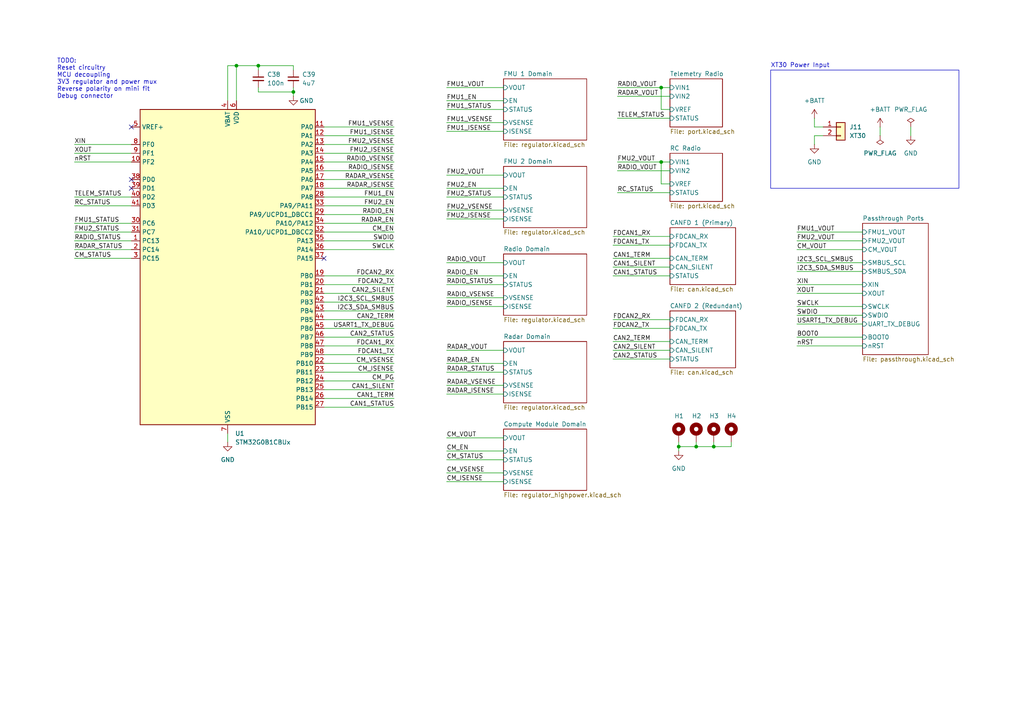
<source format=kicad_sch>
(kicad_sch (version 20250114) (generator "eeschema") (generator_version "9.0")
  (paper "A4")
  (lib_symbols
    (symbol "Connector_Generic:Conn_01x02" (pin_names (offset 1.016) (hide yes))
      (property "Reference" "J" (at 0 2.54 0))
      (property "Value" "Conn_01x02" (at 0 -5.08 0))
      (symbol "Conn_01x02_1_1"
        (rectangle (start -1.27 1.27) (end 1.27 -3.81) (stroke (width 0.254)) (fill (type background)))
        (rectangle (start -1.27 0.127) (end 0 -0.127) (stroke (width 0.1524)))
        (rectangle (start -1.27 -2.413) (end 0 -2.667) (stroke (width 0.1524)))
        (pin passive line (at -5.08 0 0) (length 3.81) (name "Pin_1") (number "1"))
        (pin passive line (at -5.08 -2.54 0) (length 3.81) (name "Pin_2") (number "2"))
      )
    )
    (symbol "Device:C_Small" (pin_numbers (hide yes)) (pin_names (offset 0.254) (hide yes))
      (property "Reference" "C" (at 0.254 1.778 0))
      (property "Value" "C_Small" (at 0.254 -2.032 0))
      (symbol "C_Small_0_1"
        (polyline (pts (xy -1.524 0.508) (xy 1.524 0.508)) (stroke (width 0.3048)))
        (polyline (pts (xy -1.524 -0.508) (xy 1.524 -0.508)) (stroke (width 0.3302)))
      )
      (symbol "C_Small_1_1"
        (pin passive line (at 0 2.54 270) (length 2.032) (name "~") (number "1"))
        (pin passive line (at 0 -2.54 90) (length 2.032) (name "~") (number "2"))
      )
    )
    (symbol "MCU_ST_STM32G0:STM32G0B1CBUx"
      (property "Reference" "U" (at -25.4 46.99 0))
      (property "Value" "STM32G0B1CBUx" (at 5.08 46.99 0))
      (symbol "STM32G0B1CBUx_0_1"
        (rectangle (start -25.4 -45.72) (end 25.4 45.72) (stroke (width 0.254)) (fill (type background)))
      )
      (symbol "STM32G0B1CBUx_1_1"
        (pin input line (at -27.94 40.64 0) (length 2.54) (name "VREF+") (number "5"))
        (pin bidirectional line (at -27.94 35.56 0) (length 2.54) (name "PF0") (number "8"))
        (pin bidirectional line (at -27.94 33.02 0) (length 2.54) (name "PF1") (number "9"))
        (pin bidirectional line (at -27.94 30.48 0) (length 2.54) (name "PF2") (number "10"))
        (pin bidirectional line (at -27.94 25.4 0) (length 2.54) (name "PD0") (number "38"))
        (pin bidirectional line (at -27.94 22.86 0) (length 2.54) (name "PD1") (number "39"))
        (pin bidirectional line (at -27.94 20.32 0) (length 2.54) (name "PD2") (number "40"))
        (pin bidirectional line (at -27.94 17.78 0) (length 2.54) (name "PD3") (number "41"))
        (pin bidirectional line (at -27.94 12.7 0) (length 2.54) (name "PC6") (number "30"))
        (pin bidirectional line (at -27.94 10.16 0) (length 2.54) (name "PC7") (number "31"))
        (pin bidirectional line (at -27.94 7.62 0) (length 2.54) (name "PC13") (number "1"))
        (pin bidirectional line (at -27.94 5.08 0) (length 2.54) (name "PC14") (number "2"))
        (pin bidirectional line (at -27.94 2.54 0) (length 2.54) (name "PC15") (number "3"))
        (pin power_in line (at 0 48.26 270) (length 2.54) (name "VBAT") (number "4"))
        (pin passive line (at 0 -48.26 90) (length 2.54) (hide yes) (name "VSS") (number "49"))
        (pin power_in line (at 0 -48.26 90) (length 2.54) (name "VSS") (number "7"))
        (pin power_in line (at 2.54 48.26 270) (length 2.54) (name "VDD") (number "6"))
        (pin bidirectional line (at 27.94 40.64 180) (length 2.54) (name "PA0") (number "11"))
        (pin bidirectional line (at 27.94 38.1 180) (length 2.54) (name "PA1") (number "12"))
        (pin bidirectional line (at 27.94 35.56 180) (length 2.54) (name "PA2") (number "13"))
        (pin bidirectional line (at 27.94 33.02 180) (length 2.54) (name "PA3") (number "14"))
        (pin bidirectional line (at 27.94 30.48 180) (length 2.54) (name "PA4") (number "15"))
        (pin bidirectional line (at 27.94 27.94 180) (length 2.54) (name "PA5") (number "16"))
        (pin bidirectional line (at 27.94 25.4 180) (length 2.54) (name "PA6") (number "17"))
        (pin bidirectional line (at 27.94 22.86 180) (length 2.54) (name "PA7") (number "18"))
        (pin bidirectional line (at 27.94 20.32 180) (length 2.54) (name "PA8") (number "28"))
        (pin bidirectional line (at 27.94 17.78 180) (length 2.54) (name "PA9/PA11") (number "33"))
        (pin bidirectional line (at 27.94 15.24 180) (length 2.54) (name "PA9/UCPD1_DBCC1") (number "29"))
        (pin bidirectional line (at 27.94 12.7 180) (length 2.54) (name "PA10/PA12") (number "34"))
        (pin bidirectional line (at 27.94 10.16 180) (length 2.54) (name "PA10/UCPD1_DBCC2") (number "32"))
        (pin bidirectional line (at 27.94 7.62 180) (length 2.54) (name "PA13") (number "35"))
        (pin bidirectional line (at 27.94 5.08 180) (length 2.54) (name "PA14") (number "36"))
        (pin bidirectional line (at 27.94 2.54 180) (length 2.54) (name "PA15") (number "37"))
        (pin bidirectional line (at 27.94 -2.54 180) (length 2.54) (name "PB0") (number "19"))
        (pin bidirectional line (at 27.94 -5.08 180) (length 2.54) (name "PB1") (number "20"))
        (pin bidirectional line (at 27.94 -7.62 180) (length 2.54) (name "PB2") (number "21"))
        (pin bidirectional line (at 27.94 -10.16 180) (length 2.54) (name "PB3") (number "42"))
        (pin bidirectional line (at 27.94 -12.7 180) (length 2.54) (name "PB4") (number "43"))
        (pin bidirectional line (at 27.94 -15.24 180) (length 2.54) (name "PB5") (number "44"))
        (pin bidirectional line (at 27.94 -17.78 180) (length 2.54) (name "PB6") (number "45"))
        (pin bidirectional line (at 27.94 -20.32 180) (length 2.54) (name "PB7") (number "46"))
        (pin bidirectional line (at 27.94 -22.86 180) (length 2.54) (name "PB8") (number "47"))
        (pin bidirectional line (at 27.94 -25.4 180) (length 2.54) (name "PB9") (number "48"))
        (pin bidirectional line (at 27.94 -27.94 180) (length 2.54) (name "PB10") (number "22"))
        (pin bidirectional line (at 27.94 -30.48 180) (length 2.54) (name "PB11") (number "23"))
        (pin bidirectional line (at 27.94 -33.02 180) (length 2.54) (name "PB12") (number "24"))
        (pin bidirectional line (at 27.94 -35.56 180) (length 2.54) (name "PB13") (number "25"))
        (pin bidirectional line (at 27.94 -38.1 180) (length 2.54) (name "PB14") (number "26"))
        (pin bidirectional line (at 27.94 -40.64 180) (length 2.54) (name "PB15") (number "27"))
      )
    )
    (symbol "Mechanical:MountingHole_Pad" (pin_numbers (hide yes)) (pin_names (offset 1.016) (hide yes)) (in_bom no)
      (property "Reference" "H" (at 0 6.35 0))
      (property "Value" "MountingHole_Pad" (at 0 4.445 0))
      (symbol "MountingHole_Pad_0_1"
        (circle (center 0 1.27) (radius 1.27) (stroke (width 1.27)))
      )
      (symbol "MountingHole_Pad_1_1"
        (pin input line (at 0 -2.54 90) (length 2.54) (name "1") (number "1"))
      )
    )
    (symbol "power:+BATT" (power) (pin_numbers (hide yes)) (pin_names (offset 0) (hide yes))
      (property "Value" "+BATT" (at 0 3.556 0))
      (symbol "+BATT_0_1"
        (polyline (pts (xy -0.762 1.27) (xy 0 2.54)))
        (polyline (pts (xy 0 2.54) (xy 0.762 1.27)))
        (polyline (pts (xy 0 0) (xy 0 2.54)))
      )
      (symbol "+BATT_1_1"
        (pin power_in line (at 0 0 90) (length 0) (name "~") (number "1"))
      )
    )
    (symbol "power:GND" (power) (pin_numbers (hide yes)) (pin_names (offset 0) (hide yes))
      (property "Value" "GND" (at 0 -3.81 0))
      (symbol "GND_0_1"
        (polyline (pts (xy 0 0) (xy 0 -1.27) (xy 1.27 -1.27) (xy 0 -2.54) (xy -1.27 -1.27) (xy 0 -1.27)))
      )
      (symbol "GND_1_1"
        (pin power_in line (at 0 0 270) (length 0) (name "~") (number "1"))
      )
    )
    (symbol "power:PWR_FLAG" (power) (pin_numbers (hide yes)) (pin_names (offset 0) (hide yes))
      (property "Value" "PWR_FLAG" (at 0 3.81 0))
      (symbol "PWR_FLAG_0_0"
        (pin power_out line (at 0 0 90) (length 0) (name "~") (number "1"))
      )
      (symbol "PWR_FLAG_0_1"
        (polyline (pts (xy 0 0) (xy 0 1.27) (xy -1.016 1.905) (xy 0 2.54) (xy 1.016 1.905) (xy 0 1.27)))
      )
    )
  )
  (rectangle (start 223.52 20.32) (end 278.13 54.61))
  (text "XT30 Power Input" (at 223.52 19.05 0) (effects (font (size 1.27 1.27)) (justify left)))
  (text "TODO:\nReset circuitry\nMCU decoupling\n3V3 regulator and power mux\nReverse polarity on mini fit\nDebug connector" (at 16.51 22.86 0) (effects (font (size 1.27 1.27)) (justify left)))
  (junction (at 74.93 19.05))
  (junction (at 191.77 46.99))
  (junction (at 196.85 129.54))
  (junction (at 68.58 19.05))
  (junction (at 207.01 129.54))
  (junction (at 85.09 26.67))
  (junction (at 201.93 129.54))
  (junction (at 191.77 25.4))
  (no_connect (at 38.1 36.83))
  (no_connect (at 38.1 54.61))
  (no_connect (at 38.1 52.07))
  (no_connect (at 93.98 74.93))
  (wire (pts (xy 93.98 118.11) (xy 114.3 118.11)))
  (wire (pts (xy 93.98 100.33) (xy 114.3 100.33)))
  (wire (pts (xy 93.98 95.25) (xy 114.3 95.25)))
  (wire (pts (xy 93.98 36.83) (xy 114.3 36.83)))
  (wire (pts (xy 68.58 19.05) (xy 68.58 29.21)))
  (wire (pts (xy 129.54 105.41) (xy 146.05 105.41)))
  (wire (pts (xy 74.93 19.05) (xy 85.09 19.05)))
  (wire (pts (xy 21.59 57.15) (xy 38.1 57.15)))
  (wire (pts (xy 129.54 101.6) (xy 146.05 101.6)))
  (wire (pts (xy 129.54 139.7) (xy 146.05 139.7)))
  (wire (pts (xy 129.54 107.95) (xy 146.05 107.95)))
  (wire (pts (xy 85.09 25.4) (xy 85.09 26.67)))
  (wire (pts (xy 196.85 129.54) (xy 196.85 130.81)))
  (wire (pts (xy 93.98 102.87) (xy 114.3 102.87)))
  (wire (pts (xy 21.59 69.85) (xy 38.1 69.85)))
  (wire (pts (xy 194.31 31.75) (xy 191.77 31.75)))
  (wire (pts (xy 231.14 88.9) (xy 250.19 88.9)))
  (wire (pts (xy 177.8 99.06) (xy 194.31 99.06)))
  (wire (pts (xy 129.54 137.16) (xy 146.05 137.16)))
  (wire (pts (xy 21.59 74.93) (xy 38.1 74.93)))
  (wire (pts (xy 74.93 26.67) (xy 74.93 25.4)))
  (wire (pts (xy 231.14 76.2) (xy 250.19 76.2)))
  (wire (pts (xy 231.14 78.74) (xy 250.19 78.74)))
  (wire (pts (xy 21.59 59.69) (xy 38.1 59.69)))
  (wire (pts (xy 231.14 93.98) (xy 250.19 93.98)))
  (wire (pts (xy 177.8 77.47) (xy 194.31 77.47)))
  (wire (pts (xy 179.07 49.53) (xy 194.31 49.53)))
  (wire (pts (xy 191.77 31.75) (xy 191.77 25.4)))
  (wire (pts (xy 129.54 29.21) (xy 146.05 29.21)))
  (wire (pts (xy 93.98 59.69) (xy 114.3 59.69)))
  (wire (pts (xy 21.59 64.77) (xy 38.1 64.77)))
  (wire (pts (xy 196.85 129.54) (xy 201.93 129.54)))
  (wire (pts (xy 179.07 55.88) (xy 194.31 55.88)))
  (wire (pts (xy 85.09 26.67) (xy 74.93 26.67)))
  (wire (pts (xy 231.14 91.44) (xy 250.19 91.44)))
  (wire (pts (xy 93.98 54.61) (xy 114.3 54.61)))
  (wire (pts (xy 179.07 46.99) (xy 191.77 46.99)))
  (wire (pts (xy 201.93 128.27) (xy 201.93 129.54)))
  (wire (pts (xy 129.54 35.56) (xy 146.05 35.56)))
  (wire (pts (xy 129.54 133.35) (xy 146.05 133.35)))
  (wire (pts (xy 212.09 129.54) (xy 212.09 128.27)))
  (wire (pts (xy 201.93 129.54) (xy 207.01 129.54)))
  (wire (pts (xy 129.54 57.15) (xy 146.05 57.15)))
  (wire (pts (xy 129.54 31.75) (xy 146.05 31.75)))
  (wire (pts (xy 93.98 49.53) (xy 114.3 49.53)))
  (wire (pts (xy 129.54 63.5) (xy 146.05 63.5)))
  (wire (pts (xy 68.58 19.05) (xy 74.93 19.05)))
  (wire (pts (xy 129.54 38.1) (xy 146.05 38.1)))
  (wire (pts (xy 177.8 80.01) (xy 194.31 80.01)))
  (wire (pts (xy 93.98 80.01) (xy 114.3 80.01)))
  (wire (pts (xy 177.8 101.6) (xy 194.31 101.6)))
  (wire (pts (xy 177.8 68.58) (xy 194.31 68.58)))
  (wire (pts (xy 93.98 82.55) (xy 114.3 82.55)))
  (wire (pts (xy 66.04 125.73) (xy 66.04 128.27)))
  (wire (pts (xy 93.98 97.79) (xy 114.3 97.79)))
  (wire (pts (xy 93.98 44.45) (xy 114.3 44.45)))
  (wire (pts (xy 93.98 62.23) (xy 114.3 62.23)))
  (wire (pts (xy 191.77 53.34) (xy 191.77 46.99)))
  (wire (pts (xy 21.59 72.39) (xy 38.1 72.39)))
  (wire (pts (xy 177.8 95.25) (xy 194.31 95.25)))
  (wire (pts (xy 129.54 130.81) (xy 146.05 130.81)))
  (wire (pts (xy 85.09 26.67) (xy 85.09 27.94)))
  (wire (pts (xy 129.54 60.96) (xy 146.05 60.96)))
  (wire (pts (xy 231.14 69.85) (xy 250.19 69.85)))
  (wire (pts (xy 93.98 90.17) (xy 114.3 90.17)))
  (wire (pts (xy 93.98 85.09) (xy 114.3 85.09)))
  (wire (pts (xy 93.98 41.91) (xy 114.3 41.91)))
  (wire (pts (xy 85.09 19.05) (xy 85.09 20.32)))
  (wire (pts (xy 93.98 64.77) (xy 114.3 64.77)))
  (wire (pts (xy 93.98 115.57) (xy 114.3 115.57)))
  (wire (pts (xy 196.85 128.27) (xy 196.85 129.54)))
  (wire (pts (xy 129.54 88.9) (xy 146.05 88.9)))
  (wire (pts (xy 236.22 34.29) (xy 236.22 36.83)))
  (wire (pts (xy 66.04 19.05) (xy 68.58 19.05)))
  (wire (pts (xy 207.01 129.54) (xy 212.09 129.54)))
  (wire (pts (xy 129.54 127) (xy 146.05 127)))
  (wire (pts (xy 21.59 46.99) (xy 38.1 46.99)))
  (wire (pts (xy 93.98 107.95) (xy 114.3 107.95)))
  (wire (pts (xy 191.77 46.99) (xy 194.31 46.99)))
  (wire (pts (xy 74.93 19.05) (xy 74.93 20.32)))
  (wire (pts (xy 177.8 104.14) (xy 194.31 104.14)))
  (wire (pts (xy 231.14 82.55) (xy 250.19 82.55)))
  (wire (pts (xy 231.14 72.39) (xy 250.19 72.39)))
  (wire (pts (xy 207.01 128.27) (xy 207.01 129.54)))
  (wire (pts (xy 129.54 82.55) (xy 146.05 82.55)))
  (wire (pts (xy 93.98 67.31) (xy 114.3 67.31)))
  (wire (pts (xy 93.98 69.85) (xy 114.3 69.85)))
  (wire (pts (xy 129.54 80.01) (xy 146.05 80.01)))
  (wire (pts (xy 264.16 39.37) (xy 264.16 36.83)))
  (wire (pts (xy 93.98 113.03) (xy 114.3 113.03)))
  (wire (pts (xy 129.54 76.2) (xy 146.05 76.2)))
  (wire (pts (xy 255.27 36.83) (xy 255.27 39.37)))
  (wire (pts (xy 93.98 105.41) (xy 114.3 105.41)))
  (wire (pts (xy 179.07 34.29) (xy 194.31 34.29)))
  (wire (pts (xy 93.98 110.49) (xy 114.3 110.49)))
  (wire (pts (xy 179.07 27.94) (xy 194.31 27.94)))
  (wire (pts (xy 177.8 71.12) (xy 194.31 71.12)))
  (wire (pts (xy 191.77 25.4) (xy 194.31 25.4)))
  (wire (pts (xy 21.59 67.31) (xy 38.1 67.31)))
  (wire (pts (xy 93.98 72.39) (xy 114.3 72.39)))
  (wire (pts (xy 236.22 39.37) (xy 238.76 39.37)))
  (wire (pts (xy 177.8 92.71) (xy 194.31 92.71)))
  (wire (pts (xy 129.54 54.61) (xy 146.05 54.61)))
  (wire (pts (xy 236.22 36.83) (xy 238.76 36.83)))
  (wire (pts (xy 231.14 85.09) (xy 250.19 85.09)))
  (wire (pts (xy 129.54 86.36) (xy 146.05 86.36)))
  (wire (pts (xy 93.98 52.07) (xy 114.3 52.07)))
  (wire (pts (xy 179.07 25.4) (xy 191.77 25.4)))
  (wire (pts (xy 129.54 50.8) (xy 146.05 50.8)))
  (wire (pts (xy 177.8 74.93) (xy 194.31 74.93)))
  (wire (pts (xy 231.14 100.33) (xy 250.19 100.33)))
  (wire (pts (xy 93.98 92.71) (xy 114.3 92.71)))
  (wire (pts (xy 93.98 46.99) (xy 114.3 46.99)))
  (wire (pts (xy 129.54 25.4) (xy 146.05 25.4)))
  (wire (pts (xy 93.98 87.63) (xy 114.3 87.63)))
  (wire (pts (xy 231.14 97.79) (xy 250.19 97.79)))
  (wire (pts (xy 231.14 67.31) (xy 250.19 67.31)))
  (wire (pts (xy 236.22 41.91) (xy 236.22 39.37)))
  (wire (pts (xy 21.59 41.91) (xy 38.1 41.91)))
  (wire (pts (xy 93.98 39.37) (xy 114.3 39.37)))
  (wire (pts (xy 129.54 114.3) (xy 146.05 114.3)))
  (wire (pts (xy 21.59 44.45) (xy 38.1 44.45)))
  (wire (pts (xy 93.98 57.15) (xy 114.3 57.15)))
  (wire (pts (xy 66.04 29.21) (xy 66.04 19.05)))
  (wire (pts (xy 129.54 111.76) (xy 146.05 111.76)))
  (wire (pts (xy 194.31 53.34) (xy 191.77 53.34)))
  (label "CAN1_STATUS" (at 177.8 80.01 0))
  (label "RADIO_EN" (at 114.3 62.23 180))
  (label "CAN2_STATUS" (at 114.3 97.79 180))
  (label "SWCLK" (at 114.3 72.39 180))
  (label "CM_STATUS" (at 21.59 74.93 0))
  (label "FDCAN2_TX" (at 114.3 82.55 180))
  (label "CAN2_STATUS" (at 177.8 104.14 0))
  (label "FMU1_ISENSE" (at 129.54 38.1 0))
  (label "XOUT" (at 21.59 44.45 0))
  (label "FMU2_VSENSE" (at 114.3 41.91 180))
  (label "FDCAN2_TX" (at 177.8 95.25 0))
  (label "FMU1_EN" (at 129.54 29.21 0))
  (label "RADIO_VOUT" (at 179.07 49.53 0))
  (label "RADAR_VSENSE" (at 114.3 52.07 180))
  (label "FMU2_STATUS" (at 21.59 67.31 0))
  (label "XOUT" (at 231.14 85.09 0))
  (label "FDCAN2_RX" (at 177.8 92.71 0))
  (label "CAN2_TERM" (at 177.8 99.06 0))
  (label "FMU1_VSENSE" (at 129.54 35.56 0))
  (label "FMU1_VOUT" (at 231.14 67.31 0))
  (label "FMU1_STATUS" (at 129.54 31.75 0))
  (label "CM_ISENSE" (at 114.3 107.95 180))
  (label "CAN1_STATUS" (at 114.3 118.11 180))
  (label "FMU2_ISENSE" (at 114.3 44.45 180))
  (label "CAN1_SILENT" (at 177.8 77.47 0))
  (label "RADIO_ISENSE" (at 129.54 88.9 0))
  (label "BOOT0" (at 231.14 97.79 0))
  (label "TELEM_STATUS" (at 21.59 57.15 0))
  (label "CAN2_TERM" (at 114.3 92.71 180))
  (label "nRST" (at 21.59 46.99 0))
  (label "I2C3_SCL_SMBUS" (at 231.14 76.2 0))
  (label "SWDIO" (at 231.14 91.44 0))
  (label "I2C3_SDA_SMBUS" (at 114.3 90.17 180))
  (label "RADAR_ISENSE" (at 129.54 114.3 0))
  (label "FMU1_VOUT" (at 129.54 25.4 0))
  (label "SWDIO" (at 114.3 69.85 180))
  (label "RADIO_STATUS" (at 21.59 69.85 0))
  (label "FMU1_STATUS" (at 21.59 64.77 0))
  (label "FDCAN2_RX" (at 114.3 80.01 180))
  (label "FDCAN1_TX" (at 114.3 102.87 180))
  (label "RC_STATUS" (at 21.59 59.69 0))
  (label "I2C3_SCL_SMBUS" (at 114.3 87.63 180))
  (label "FDCAN1_RX" (at 177.8 68.58 0))
  (label "CM_VSENSE" (at 114.3 105.41 180))
  (label "XIN" (at 21.59 41.91 0))
  (label "FDCAN1_RX" (at 114.3 100.33 180))
  (label "CM_VOUT" (at 231.14 72.39 0))
  (label "CM_VSENSE" (at 129.54 137.16 0))
  (label "FDCAN1_TX" (at 177.8 71.12 0))
  (label "CM_PG" (at 114.3 110.49 180))
  (label "FMU2_STATUS" (at 129.54 57.15 0))
  (label "FMU2_ISENSE" (at 129.54 63.5 0))
  (label "RADAR_VOUT" (at 179.07 27.94 0))
  (label "CM_ISENSE" (at 129.54 139.7 0))
  (label "RADIO_VSENSE" (at 114.3 46.99 180))
  (label "CM_VOUT" (at 129.54 127 0))
  (label "RADAR_STATUS" (at 21.59 72.39 0))
  (label "XIN" (at 231.14 82.55 0))
  (label "I2C3_SDA_SMBUS" (at 231.14 78.74 0))
  (label "CAN2_SILENT" (at 177.8 101.6 0))
  (label "RADAR_VOUT" (at 129.54 101.6 0))
  (label "CM_EN" (at 114.3 67.31 180))
  (label "RADIO_EN" (at 129.54 80.01 0))
  (label "RADIO_ISENSE" (at 114.3 49.53 180))
  (label "nRST" (at 231.14 100.33 0))
  (label "FMU1_EN" (at 114.3 57.15 180))
  (label "CM_STATUS" (at 129.54 133.35 0))
  (label "FMU2_VOUT" (at 231.14 69.85 0))
  (label "RADAR_ISENSE" (at 114.3 54.61 180))
  (label "FMU2_EN" (at 114.3 59.69 180))
  (label "RADIO_STATUS" (at 129.54 82.55 0))
  (label "CAN1_SILENT" (at 114.3 113.03 180))
  (label "TELEM_STATUS" (at 179.07 34.29 0))
  (label "FMU2_VOUT" (at 179.07 46.99 0))
  (label "RADIO_VOUT" (at 129.54 76.2 0))
  (label "FMU2_VOUT" (at 129.54 50.8 0))
  (label "RADAR_VSENSE" (at 129.54 111.76 0))
  (label "RADIO_VSENSE" (at 129.54 86.36 0))
  (label "FMU2_VSENSE" (at 129.54 60.96 0))
  (label "RC_STATUS" (at 179.07 55.88 0))
  (label "FMU1_ISENSE" (at 114.3 39.37 180))
  (label "RADAR_EN" (at 114.3 64.77 180))
  (label "RADAR_EN" (at 129.54 105.41 0))
  (label "USART1_TX_DEBUG" (at 231.14 93.98 0))
  (label "RADAR_STATUS" (at 129.54 107.95 0))
  (label "FMU2_EN" (at 129.54 54.61 0))
  (label "FMU1_VSENSE" (at 114.3 36.83 180))
  (label "RADIO_VOUT" (at 179.07 25.4 0))
  (label "CAN1_TERM" (at 114.3 115.57 180))
  (label "CAN2_SILENT" (at 114.3 85.09 180))
  (label "USART1_TX_DEBUG" (at 114.3 95.25 180))
  (label "CM_EN" (at 129.54 130.81 0))
  (label "SWCLK" (at 231.14 88.9 0))
  (label "CAN1_TERM" (at 177.8 74.93 0))
  (symbol (lib_id "Connector_Generic:Conn_01x02") (at 243.84 36.83 0) (unit 1)
    (property "Reference" "J11" (at 246.38 36.8299 0) (effects (justify left)))
    (property "Value" "XT30" (at 246.38 39.3699 0) (effects (justify left)))
    (property "Footprint" "Connector_AMASS:AMASS_XT30PW-M_1x02_P2.50mm_Horizontal" (effects (hide yes)))
    (property "Description" "Generic connector, single row, 01x02, script generated (kicad-library-utils/schlib/autogen/connector/)" (effects (hide yes)))
  )
  (symbol (lib_id "power:GND") (at 66.04 128.27 0) (unit 1)
    (property "Reference" "#PWR01" (effects (hide yes)))
    (property "Value" "GND" (at 66.04 133.35 0))
    (property "Description" "Power symbol creates a global label with name \"GND\" , ground" (effects (hide yes)))
  )
  (symbol (lib_id "Device:C_Small") (at 85.09 22.86 0) (unit 1)
    (property "Reference" "C39" (at 87.63 21.5962 0) (effects (justify left)))
    (property "Value" "4u7" (at 87.63 24.1362 0) (effects (justify left)))
    (property "Footprint" "Capacitor_SMD:C_0402_1005Metric" (effects (hide yes)))
    (property "Description" "Unpolarized capacitor, small symbol" (effects (hide yes)))
  )
  (symbol (lib_id "power:+BATT") (at 255.27 36.83 0) (unit 1)
    (property "Reference" "#PWR0126" (effects (hide yes)))
    (property "Value" "+BATT" (at 255.27 31.75 0))
    (property "Description" "Power symbol creates a global label with name \"+BATT\"" (effects (hide yes)))
  )
  (symbol (lib_id "power:GND") (at 264.16 39.37 0) (unit 1)
    (property "Reference" "#PWR0127" (effects (hide yes)))
    (property "Value" "GND" (at 264.16 44.45 0))
    (property "Description" "Power symbol creates a global label with name \"GND\" , ground" (effects (hide yes)))
  )
  (symbol (lib_id "MCU_ST_STM32G0:STM32G0B1CBUx") (at 66.04 77.47 0) (unit 1)
    (property "Reference" "U1" (at 68.1833 125.73 0) (effects (justify left)))
    (property "Value" "STM32G0B1CBUx" (at 68.1833 128.27 0) (effects (justify left)))
    (property "Footprint" "Package_DFN_QFN:QFN-48-1EP_7x7mm_P0.5mm_EP5.6x5.6mm" (effects (hide yes)))
    (property "Datasheet" "https://www.st.com/resource/en/datasheet/stm32g0b1cb.pdf" (effects (hide yes)))
    (property "Description" "STMicroelectronics Arm Cortex-M0+ MCU, 128KB flash, 144KB RAM, 64 MHz, 1.7-3.6V, 44 GPIO, UFQFPN48" (effects (hide yes)))
  )
  (symbol (lib_id "power:GND") (at 85.09 27.94 0) (unit 1)
    (property "Reference" "#PWR0116" (effects (hide yes)))
    (property "Value" "GND" (at 88.9 29.21 0))
    (property "Description" "Power symbol creates a global label with name \"GND\" , ground" (effects (hide yes)))
  )
  (symbol (lib_id "Mechanical:MountingHole_Pad") (at 212.09 125.73 0) (unit 1) (in_bom no)
    (property "Reference" "H4" (at 210.82 120.65 0) (effects (justify left)))
    (property "Value" "MountingHole_Pad" (effects (hide yes)))
    (property "Footprint" "MountingHole:MountingHole_3.2mm_M3_Pad_TopBottom" (effects (hide yes)))
    (property "Description" "Mounting Hole with connection" (effects (hide yes)))
  )
  (symbol (lib_id "Device:C_Small") (at 74.93 22.86 0) (unit 1)
    (property "Reference" "C38" (at 77.47 21.5962 0) (effects (justify left)))
    (property "Value" "100n" (at 77.47 24.1362 0) (effects (justify left)))
    (property "Footprint" "Capacitor_SMD:C_0402_1005Metric" (effects (hide yes)))
    (property "Description" "Unpolarized capacitor, small symbol" (effects (hide yes)))
  )
  (symbol (lib_id "Mechanical:MountingHole_Pad") (at 196.85 125.73 0) (unit 1) (in_bom no)
    (property "Reference" "H1" (at 195.58 120.65 0) (effects (justify left)))
    (property "Value" "MountingHole_Pad" (effects (hide yes)))
    (property "Footprint" "MountingHole:MountingHole_3.2mm_M3_Pad_TopBottom" (effects (hide yes)))
    (property "Description" "Mounting Hole with connection" (effects (hide yes)))
  )
  (symbol (lib_id "Mechanical:MountingHole_Pad") (at 201.93 125.73 0) (unit 1) (in_bom no)
    (property "Reference" "H2" (at 200.66 120.65 0) (effects (justify left)))
    (property "Value" "MountingHole_Pad" (effects (hide yes)))
    (property "Footprint" "MountingHole:MountingHole_3.2mm_M3_Pad_TopBottom" (effects (hide yes)))
    (property "Description" "Mounting Hole with connection" (effects (hide yes)))
  )
  (symbol (lib_id "Mechanical:MountingHole_Pad") (at 207.01 125.73 0) (unit 1) (in_bom no)
    (property "Reference" "H3" (at 205.74 120.65 0) (effects (justify left)))
    (property "Value" "MountingHole_Pad" (effects (hide yes)))
    (property "Footprint" "MountingHole:MountingHole_3.2mm_M3_Pad_TopBottom" (effects (hide yes)))
    (property "Description" "Mounting Hole with connection" (effects (hide yes)))
  )
  (symbol (lib_id "power:GND") (at 236.22 41.91 0) (unit 1)
    (property "Reference" "#PWR0125" (effects (hide yes)))
    (property "Value" "GND" (at 236.22 46.99 0))
    (property "Description" "Power symbol creates a global label with name \"GND\" , ground" (effects (hide yes)))
  )
  (symbol (lib_id "power:PWR_FLAG") (at 255.27 39.37 180) (unit 1)
    (property "Reference" "#FLG01" (effects (hide yes)))
    (property "Value" "PWR_FLAG" (at 255.27 44.45 0))
    (property "Description" "Special symbol for telling ERC where power comes from" (effects (hide yes)))
  )
  (symbol (lib_id "power:+BATT") (at 236.22 34.29 0) (unit 1)
    (property "Reference" "#PWR0124" (effects (hide yes)))
    (property "Value" "+BATT" (at 236.22 29.21 0))
    (property "Description" "Power symbol creates a global label with name \"+BATT\"" (effects (hide yes)))
  )
  (symbol (lib_id "power:PWR_FLAG") (at 264.16 36.83 0) (unit 1)
    (property "Reference" "#FLG02" (effects (hide yes)))
    (property "Value" "PWR_FLAG" (at 264.16 31.75 0))
    (property "Description" "Special symbol for telling ERC where power comes from" (effects (hide yes)))
  )
  (symbol (lib_id "power:GND") (at 196.85 130.81 0) (unit 1)
    (property "Reference" "#PWR078" (effects (hide yes)))
    (property "Value" "GND" (at 196.85 135.89 0))
    (property "Description" "Power symbol creates a global label with name \"GND\" , ground" (effects (hide yes)))
  )
  (sheet (at 194.31 66.04) (size 19.05 16.51) (stroke (width 0.1524))
    (property "Sheetname" "CANFD 1 (Primary)" (at 194.31 65.3284 0) (effects (justify left bottom)))
    (property "Sheetfile" "can.kicad_sch" (at 194.31 83.1346 0) (effects (justify left top)))
    (pin "FDCAN_RX" input (at 194.31 68.58 180))
    (pin "FDCAN_TX" input (at 194.31 71.12 180))
    (pin "STATUS" input (at 194.31 80.01 180))
    (pin "CAN_SILENT" input (at 194.31 77.47 180))
    (pin "CAN_TERM" input (at 194.31 74.93 180))
  )
  (sheet (at 194.31 22.86) (size 15.24 13.97) (stroke (width 0.1524))
    (property "Sheetname" "Telemetry Radio" (at 194.31 22.1484 0) (effects (justify left bottom)))
    (property "Sheetfile" "port.kicad_sch" (at 194.31 37.4146 0) (effects (justify left top)))
    (pin "STATUS" input (at 194.31 34.29 180))
    (pin "VIN1" input (at 194.31 25.4 180))
    (pin "VIN2" input (at 194.31 27.94 180))
    (pin "VREF" input (at 194.31 31.75 180))
  )
  (sheet (at 250.19 64.77) (size 19.05 38.1) (stroke (width 0.1524))
    (property "Sheetname" "Passthrough Ports" (at 250.19 64.0584 0) (effects (justify left bottom)))
    (property "Sheetfile" "passthrough.kicad_sch" (at 250.19 103.4546 0) (effects (justify left top)))
    (pin "CM_VOUT" input (at 250.19 72.39 180))
    (pin "FMU1_VOUT" input (at 250.19 67.31 180))
    (pin "FMU2_VOUT" input (at 250.19 69.85 180))
    (pin "SMBUS_SCL" input (at 250.19 76.2 180))
    (pin "SMBUS_SDA" input (at 250.19 78.74 180))
    (pin "BOOT0" input (at 250.19 97.79 180))
    (pin "SWCLK" input (at 250.19 88.9 180))
    (pin "SWDIO" input (at 250.19 91.44 180))
    (pin "UART_TX_DEBUG" input (at 250.19 93.98 180))
    (pin "XIN" input (at 250.19 82.55 180))
    (pin "XOUT" input (at 250.19 85.09 180))
    (pin "nRST" input (at 250.19 100.33 180))
  )
  (sheet (at 146.05 48.26) (size 24.13 17.78) (stroke (width 0.1524))
    (property "Sheetname" "FMU 2 Domain" (at 146.05 47.5484 0) (effects (justify left bottom)))
    (property "Sheetfile" "regulator.kicad_sch" (at 146.05 66.6246 0) (effects (justify left top)))
    (pin "EN" input (at 146.05 54.61 180))
    (pin "ISENSE" input (at 146.05 63.5 180))
    (pin "STATUS" input (at 146.05 57.15 180))
    (pin "VOUT" input (at 146.05 50.8 180))
    (pin "VSENSE" input (at 146.05 60.96 180))
  )
  (sheet (at 194.31 44.45) (size 15.24 13.97) (stroke (width 0.1524))
    (property "Sheetname" "RC Radio" (at 194.31 43.7384 0) (effects (justify left bottom)))
    (property "Sheetfile" "port.kicad_sch" (at 194.31 59.0046 0) (effects (justify left top)))
    (pin "STATUS" input (at 194.31 55.88 180))
    (pin "VIN1" input (at 194.31 46.99 180))
    (pin "VIN2" input (at 194.31 49.53 180))
    (pin "VREF" input (at 194.31 53.34 180))
  )
  (sheet (at 194.31 90.17) (size 19.05 16.51) (stroke (width 0.1524))
    (property "Sheetname" "CANFD 2 (Redundant)" (at 194.31 89.4584 0) (effects (justify left bottom)))
    (property "Sheetfile" "can.kicad_sch" (at 194.31 107.2646 0) (effects (justify left top)))
    (pin "FDCAN_RX" input (at 194.31 92.71 180))
    (pin "FDCAN_TX" input (at 194.31 95.25 180))
    (pin "STATUS" input (at 194.31 104.14 180))
    (pin "CAN_SILENT" input (at 194.31 101.6 180))
    (pin "CAN_TERM" input (at 194.31 99.06 180))
  )
  (sheet (at 146.05 73.66) (size 24.13 17.78) (stroke (width 0.1524))
    (property "Sheetname" "Radio Domain" (at 146.05 72.9484 0) (effects (justify left bottom)))
    (property "Sheetfile" "regulator.kicad_sch" (at 146.05 92.0246 0) (effects (justify left top)))
    (pin "EN" input (at 146.05 80.01 180))
    (pin "ISENSE" input (at 146.05 88.9 180))
    (pin "STATUS" input (at 146.05 82.55 180))
    (pin "VOUT" input (at 146.05 76.2 180))
    (pin "VSENSE" input (at 146.05 86.36 180))
  )
  (sheet (at 146.05 99.06) (size 24.13 17.78) (stroke (width 0.1524))
    (property "Sheetname" "Radar Domain" (at 146.05 98.3484 0) (effects (justify left bottom)))
    (property "Sheetfile" "regulator.kicad_sch" (at 146.05 117.4246 0) (effects (justify left top)))
    (pin "EN" input (at 146.05 105.41 180))
    (pin "ISENSE" input (at 146.05 114.3 180))
    (pin "STATUS" input (at 146.05 107.95 180))
    (pin "VOUT" input (at 146.05 101.6 180))
    (pin "VSENSE" input (at 146.05 111.76 180))
  )
  (sheet (at 146.05 124.46) (size 24.13 17.78) (stroke (width 0.1524))
    (property "Sheetname" "Compute Module Domain" (at 146.05 123.7484 0) (effects (justify left bottom)))
    (property "Sheetfile" "regulator_highpower.kicad_sch" (at 146.05 142.8246 0) (effects (justify left top)))
    (pin "EN" input (at 146.05 130.81 180))
    (pin "ISENSE" input (at 146.05 139.7 180))
    (pin "STATUS" input (at 146.05 133.35 180))
    (pin "VOUT" input (at 146.05 127 180))
    (pin "VSENSE" input (at 146.05 137.16 180))
  )
  (sheet (at 146.05 22.86) (size 24.13 17.78) (stroke (width 0.1524))
    (property "Sheetname" "FMU 1 Domain" (at 146.05 22.1484 0) (effects (justify left bottom)))
    (property "Sheetfile" "regulator.kicad_sch" (at 146.05 41.2246 0) (effects (justify left top)))
    (pin "EN" input (at 146.05 29.21 180))
    (pin "ISENSE" input (at 146.05 38.1 180))
    (pin "STATUS" input (at 146.05 31.75 180))
    (pin "VOUT" input (at 146.05 25.4 180))
    (pin "VSENSE" input (at 146.05 35.56 180))
  )
)
</source>
